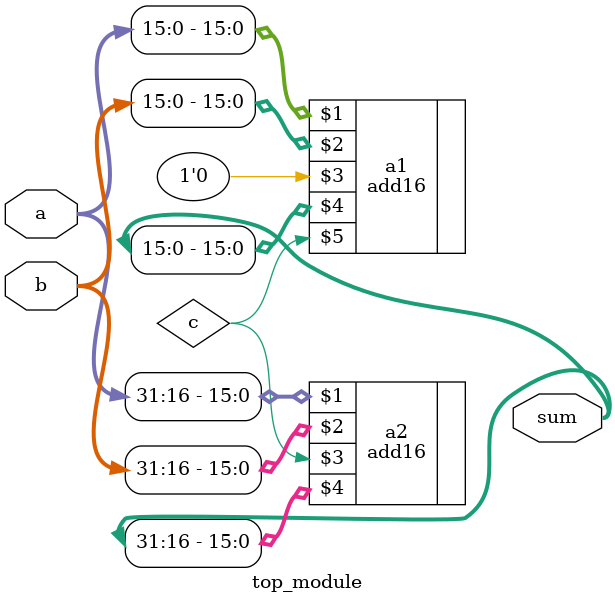
<source format=v>
module top_module(
    input [31:0] a,
    input [31:0] b,
    output [31:0] sum
);
    wire c,cc;	// net type variables for intermediate stages
    add16 a1(a[15:0],b[15:0],1'b0,sum[15:0],c);	
    add16 a2(a[31:16],b[31:16],c,sum[31:16]);
endmodule


</source>
